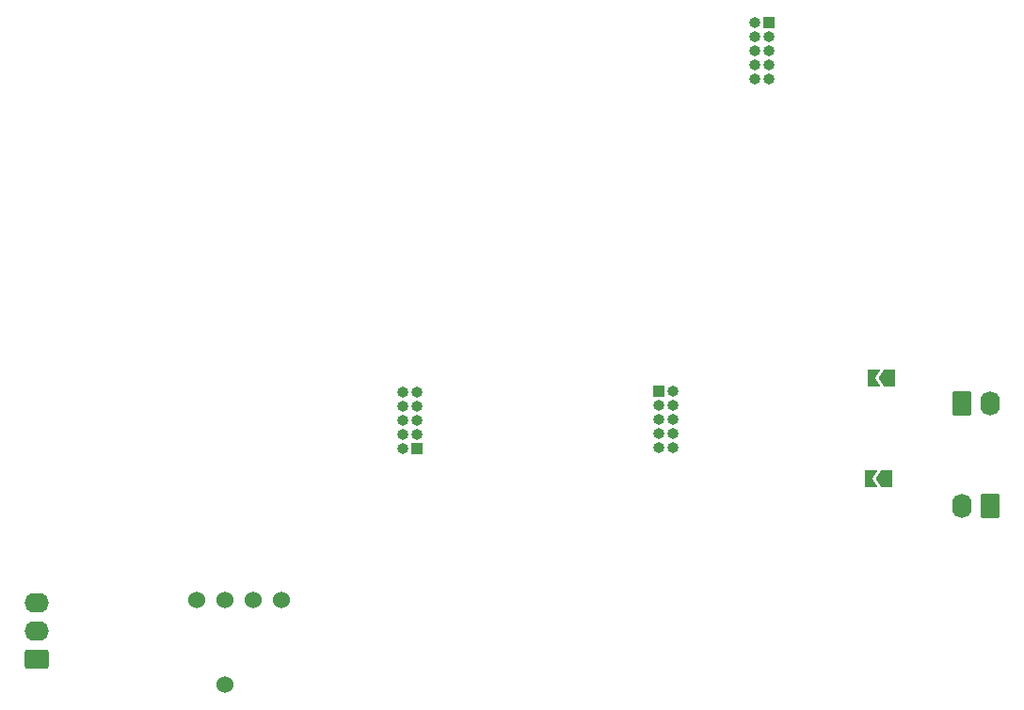
<source format=gbr>
%TF.GenerationSoftware,KiCad,Pcbnew,(6.0.4)*%
%TF.CreationDate,2022-08-24T21:10:21+09:00*%
%TF.ProjectId,robotrace_v1_main,726f626f-7472-4616-9365-5f76315f6d61,rev?*%
%TF.SameCoordinates,Original*%
%TF.FileFunction,Soldermask,Bot*%
%TF.FilePolarity,Negative*%
%FSLAX46Y46*%
G04 Gerber Fmt 4.6, Leading zero omitted, Abs format (unit mm)*
G04 Created by KiCad (PCBNEW (6.0.4)) date 2022-08-24 21:10:21*
%MOMM*%
%LPD*%
G01*
G04 APERTURE LIST*
G04 Aperture macros list*
%AMRoundRect*
0 Rectangle with rounded corners*
0 $1 Rounding radius*
0 $2 $3 $4 $5 $6 $7 $8 $9 X,Y pos of 4 corners*
0 Add a 4 corners polygon primitive as box body*
4,1,4,$2,$3,$4,$5,$6,$7,$8,$9,$2,$3,0*
0 Add four circle primitives for the rounded corners*
1,1,$1+$1,$2,$3*
1,1,$1+$1,$4,$5*
1,1,$1+$1,$6,$7*
1,1,$1+$1,$8,$9*
0 Add four rect primitives between the rounded corners*
20,1,$1+$1,$2,$3,$4,$5,0*
20,1,$1+$1,$4,$5,$6,$7,0*
20,1,$1+$1,$6,$7,$8,$9,0*
20,1,$1+$1,$8,$9,$2,$3,0*%
%AMFreePoly0*
4,1,6,1.000000,0.000000,0.500000,-0.750000,-0.500000,-0.750000,-0.500000,0.750000,0.500000,0.750000,1.000000,0.000000,1.000000,0.000000,$1*%
%AMFreePoly1*
4,1,6,0.500000,-0.750000,-0.650000,-0.750000,-0.150000,0.000000,-0.650000,0.750000,0.500000,0.750000,0.500000,-0.750000,0.500000,-0.750000,$1*%
G04 Aperture macros list end*
%ADD10R,1.000000X1.000000*%
%ADD11O,1.000000X1.000000*%
%ADD12C,1.524000*%
%ADD13RoundRect,0.250000X-0.620000X-0.845000X0.620000X-0.845000X0.620000X0.845000X-0.620000X0.845000X0*%
%ADD14O,1.740000X2.190000*%
%ADD15RoundRect,0.250000X0.620000X0.845000X-0.620000X0.845000X-0.620000X-0.845000X0.620000X-0.845000X0*%
%ADD16RoundRect,0.250000X0.845000X-0.620000X0.845000X0.620000X-0.845000X0.620000X-0.845000X-0.620000X0*%
%ADD17O,2.190000X1.740000*%
%ADD18FreePoly0,180.000000*%
%ADD19FreePoly1,180.000000*%
G04 APERTURE END LIST*
D10*
%TO.C,J5*%
X167895000Y-85225000D03*
D11*
X166625000Y-85225000D03*
X167895000Y-86495000D03*
X166625000Y-86495000D03*
X167895000Y-87765000D03*
X166625000Y-87765000D03*
X167895000Y-89035000D03*
X166625000Y-89035000D03*
X167895000Y-90305000D03*
X166625000Y-90305000D03*
%TD*%
D12*
%TO.C,SW3*%
X116410000Y-137200000D03*
X118950000Y-137200000D03*
X121490000Y-137200000D03*
X124030000Y-137200000D03*
X118950000Y-144820000D03*
%TD*%
D13*
%TO.C,J12*%
X185230000Y-119520000D03*
D14*
X187770000Y-119520000D03*
%TD*%
D15*
%TO.C,J11*%
X187770000Y-128730000D03*
D14*
X185230000Y-128730000D03*
%TD*%
D16*
%TO.C,J7*%
X102000000Y-142540000D03*
D17*
X102000000Y-140000000D03*
X102000000Y-137460000D03*
%TD*%
D18*
%TO.C,JP1*%
X178725000Y-117250000D03*
D19*
X177275000Y-117250000D03*
%TD*%
D10*
%TO.C,J10*%
X158000000Y-118400000D03*
D11*
X159270000Y-118400000D03*
X158000000Y-119670000D03*
X159270000Y-119670000D03*
X158000000Y-120940000D03*
X159270000Y-120940000D03*
X158000000Y-122210000D03*
X159270000Y-122210000D03*
X158000000Y-123480000D03*
X159270000Y-123480000D03*
%TD*%
D10*
%TO.C,J13*%
X136250000Y-123600000D03*
D11*
X134980000Y-123600000D03*
X136250000Y-122330000D03*
X134980000Y-122330000D03*
X136250000Y-121060000D03*
X134980000Y-121060000D03*
X136250000Y-119790000D03*
X134980000Y-119790000D03*
X136250000Y-118520000D03*
X134980000Y-118520000D03*
%TD*%
D18*
%TO.C,JP2*%
X178475000Y-126250000D03*
D19*
X177025000Y-126250000D03*
%TD*%
M02*

</source>
